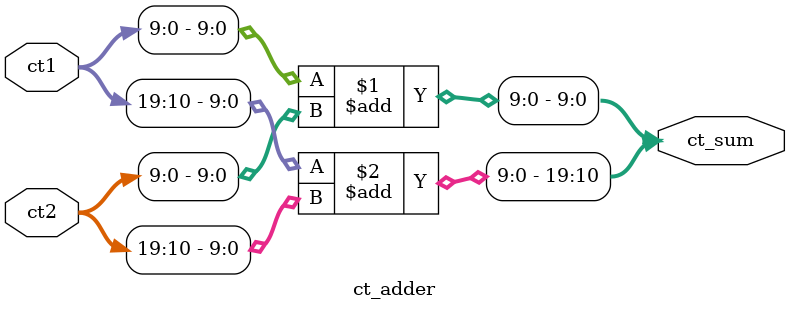
<source format=v>
`timescale 1ns / 1ps

module ct_adder (
    input [19:0] ct1,
    input [19:0] ct2,
    output [19:0] ct_sum
    );
    
    // adding ciphertexts as shown
    // there's no need to carry since
    // a and b are always bounded by q = 256
    assign ct_sum = {ct1[19:10] + ct2[19:10], ct1[9:0] + ct2[9:0]};
endmodule
</source>
